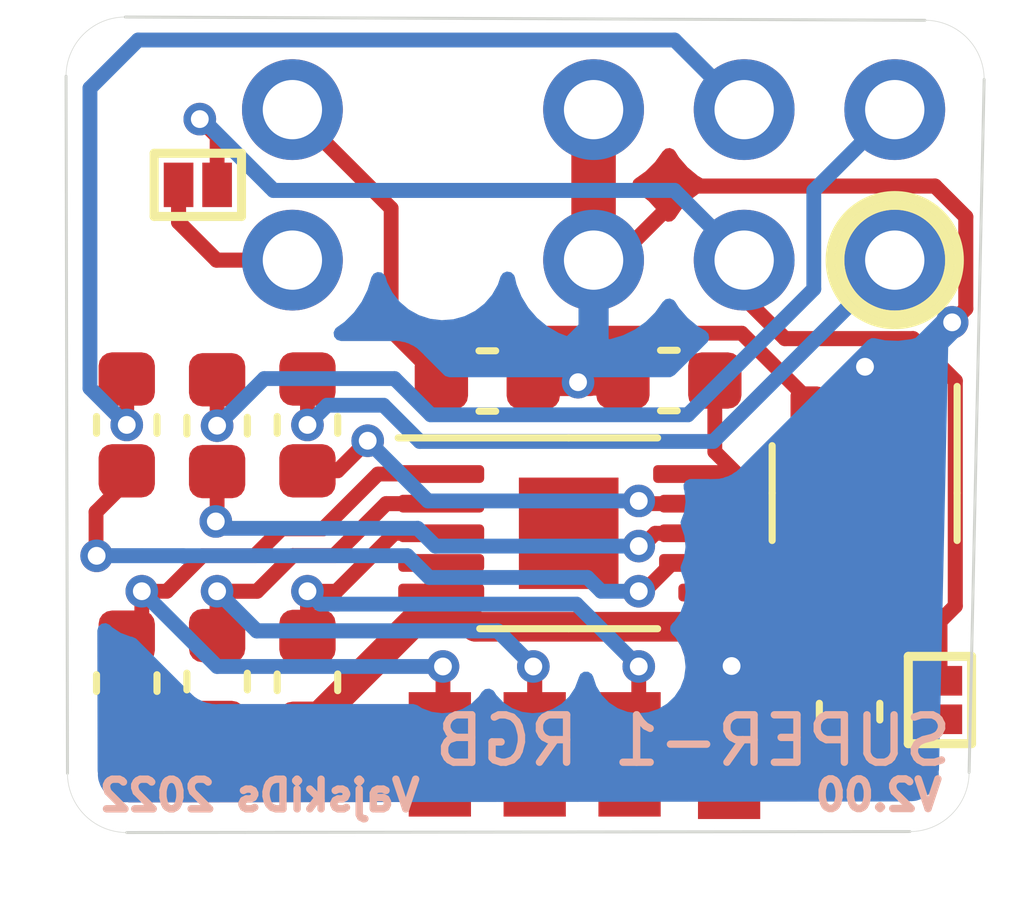
<source format=kicad_pcb>
(kicad_pcb (version 20211014) (generator pcbnew)
  (title_block (title "SNES RGB BYPASS AMP") (date "2020-12-16") (rev "3.2") (company "TzorriMahm") (comment 3 "https://twitter.com/TzorriMahm") (comment 4 "https://github.com/TzorriMahm"))
  (layers (0 "F.Cu" signal) (31 "B.Cu" signal) (34 "B.Paste" user) (35 "F.Paste" user) (36 "B.SilkS" user "B.Silkscreen") (37 "F.SilkS" user "F.Silkscreen") (38 "B.Mask" user) (39 "F.Mask" user) (44 "Edge.Cuts" user))
  (net 0 "")
  (net 1 "GND")
  (net 2 "/RED_IN")
  (net 3 "/RED_OUT")
  (net 4 "/GREEN_IN")
  (net 5 "/GREEN_OUT")
  (net 6 "/BLUE_IN")
  (net 7 "/BLUE_OUT")
  (net 8 "/CSYNC_OUT")
  (net 9 "/CSYNC_IN")
  (net 10 "CsyncOnCompPin")
  (net 11 "5v_IN")
  (net 12 "R")
  (net 13 "G")
  (net 14 "B")
  (net 15 "3.3v_OUT")
  (footprint "snes_rgb_bypass_amp:NintendoMultiAV_FB-gap" (layer "F.Cu") (at 141.732 97.79)
    (fp_text reference "MultiAV1" hide)
    (fp_text value "Nintendo MultiAV" hide)
    (fp_circle (center 6.35 1.27) (end 6.35 2.2) (layer "F.SilkS") (width 0.16) (fill none))
    (fp_circle (center 6.35 1.27) (end 6.35 2.356002) (layer "F.SilkS") (width 0.16) (fill none))
    (pad "" np_thru_hole circle (at -1.27 -1.27) (size 1 1) (drill 1) (layers *.Cu *.Mask))
    (pad "" np_thru_hole circle (at -6.35 1.27) (size 1 1) (drill 1) (layers *.Cu *.Mask))
    (pad "" np_thru_hole oval (at -1.27 1.27) (size 1 1) (drill 1) (layers *.Cu *.Mask))
    (pad "" np_thru_hole circle (at -6.35 -1.27) (size 1 1) (drill 1) (layers *.Cu *.Mask))
    (pad "1" thru_hole circle (at 6.35 1.27) (size 1.7 1.7) (drill 1) (layers *.Cu *.Mask) (net 3 "/RED_OUT"))
    (pad "2" thru_hole circle (at 6.35 -1.27) (size 1.7 1.7) (drill 1) (layers *.Cu *.Mask) (net 5 "/GREEN_OUT"))
    (pad "3" thru_hole oval (at 3.81 1.27) (size 1.7 1.7) (drill 1) (layers *.Cu *.Mask) (net 8 "/CSYNC_OUT"))
    (pad "4" thru_hole oval (at 3.81 -1.27) (size 1.7 1.7) (drill 1) (layers *.Cu *.Mask) (net 7 "/BLUE_OUT"))
    (pad "5" thru_hole oval (at 1.27 1.27) (size 1.7 1.7) (drill 1) (layers *.Cu *.Mask) (net 1 "GND"))
    (pad "6" thru_hole oval (at 1.27 -1.27) (size 1.7 1.7) (drill 1) (layers *.Cu *.Mask) (net 1 "GND"))
    (pad "9" thru_hole oval (at -3.81 1.27) (size 1.7 1.7) (drill 1) (layers *.Cu *.Mask) (net 10 "CsyncOnCompPin"))
    (pad "10" thru_hole oval (at -3.81 -1.27) (size 1.7 1.7) (drill 1) (layers *.Cu *.Mask) (net 11 "5v_IN"))
  )
  (footprint "snes_rgb_bypass_amp:SolderPad_customizable" (layer "F.Cu") (at 140.409 107.401)
    (fp_text reference "INPUT_1" hide)
    (fp_text value "RED" hide)
    (pad "1" smd rect locked (at 0 0) (size 1.05 2.1) (layers "F.Cu" "F.Mask") (net 2 "/RED_IN"))
  )
  (footprint "snes_rgb_bypass_amp:SolderPad_customizable" (layer "F.Cu") (at 142.009 107.401)
    (fp_text reference "INPUT_2" hide)
    (fp_text value "GREEN" hide)
    (pad "1" smd rect locked (at 0 0) (size 1.05 2.1) (layers "F.Cu" "F.Mask") (net 4 "/GREEN_IN"))
  )
  (footprint "snes_rgb_bypass_amp:SolderPad_customizable" (layer "F.Cu") (at 143.609 107.401)
    (fp_text reference "INPUT_3" hide)
    (fp_text value "BLUE" hide)
    (pad "1" smd rect locked (at 0 0) (size 1.05 2.1) (layers "F.Cu" "F.Mask") (net 6 "/BLUE_IN"))
  )
  (footprint "Capacitor_SMD:C_0603_1608Metric" (layer "F.Cu") (at 136.652 106.172 -90)
    (fp_text reference "REF**" hide)
    (fp_text value "C_0603_1608Metric" hide)
    (fp_line (start -0.14058 -0.51) (end 0.14058 -0.51) (layer "F.SilkS") (width 0.12))
    (fp_line (start -0.14058 0.51) (end 0.14058 0.51) (layer "F.SilkS") (width 0.12))
    (pad "1" smd roundrect (at -0.775 0 270) (size 0.9 0.95) (layers "F.Cu" "F.Paste" "F.Mask") (net 4 "/GREEN_IN"))
    (pad "2" smd roundrect (at 0.775 0 270) (size 0.9 0.95) (layers "F.Cu" "F.Paste" "F.Mask") (net 1 "GND"))
  )
  (footprint "Capacitor_SMD:C_0603_1608Metric" (layer "F.Cu") (at 138.176 101.841 -90)
    (fp_text reference "AC COUPLING" hide)
    (fp_text value "C_0603_1608Metric" hide)
    (fp_line (start -0.14058 -0.51) (end 0.14058 -0.51) (layer "F.SilkS") (width 0.12))
    (fp_line (start -0.14058 0.51) (end 0.14058 0.51) (layer "F.SilkS") (width 0.12))
    (pad "1" smd roundrect (at -0.775 0 270) (size 0.9 0.95) (layers "F.Cu" "F.Paste" "F.Mask") (net 3 "/RED_OUT"))
    (pad "2" smd roundrect (at 0.775 0 270) (size 0.9 0.95) (layers "F.Cu" "F.Paste" "F.Mask") (net 12 "R"))
  )
  (footprint "Capacitor_SMD:C_0603_1608Metric" (layer "F.Cu") (at 136.652 101.854 -90)
    (fp_text reference "AC COUPLING" hide)
    (fp_text value "C_0603_1608Metric" hide)
    (fp_line (start -0.14058 0.51) (end 0.14058 0.51) (layer "F.SilkS") (width 0.12))
    (fp_line (start -0.14058 -0.51) (end 0.14058 -0.51) (layer "F.SilkS") (width 0.12))
    (pad "1" smd roundrect (at -0.775 0 270) (size 0.9 0.95) (layers "F.Cu" "F.Paste" "F.Mask") (net 5 "/GREEN_OUT"))
    (pad "2" smd roundrect (at 0.775 0 270) (size 0.9 0.95) (layers "F.Cu" "F.Paste" "F.Mask") (net 13 "G"))
  )
  (footprint "Capacitor_SMD:C_0603_1608Metric" (layer "F.Cu") (at 147.32 106.68 -90)
    (fp_text reference "TTL_2_75r" hide)
    (fp_text value "C_0603_1608Metric" hide)
    (fp_line (start -0.14058 0.51) (end 0.14058 0.51) (layer "F.SilkS") (width 0.12))
    (fp_line (start -0.14058 -0.51) (end 0.14058 -0.51) (layer "F.SilkS") (width 0.12))
    (pad "" smd roundrect (at 0.775 0 270) (size 0.9 0.95) (layers "F.Cu" "F.Paste" "F.Mask") (net 9 "/CSYNC_IN"))
    (pad "" smd roundrect (at -0.775 0 270) (size 0.9 0.95) (layers "F.Cu" "F.Paste" "F.Mask") (net 8 "/CSYNC_OUT"))
  )
  (footprint "Capacitor_SMD:C_0603_1608Metric" (layer "F.Cu") (at 135.128 101.841 -90)
    (fp_text reference "AC COUPLING" hide)
    (fp_text value "C_0603_1608Metric" hide)
    (fp_line (start -0.14058 0.51) (end 0.14058 0.51) (layer "F.SilkS") (width 0.12))
    (fp_line (start -0.14058 -0.51) (end 0.14058 -0.51) (layer "F.SilkS") (width 0.12))
    (pad "1" smd roundrect (at -0.775 0 270) (size 0.9 0.95) (layers "F.Cu" "F.Paste" "F.Mask") (net 7 "/BLUE_OUT"))
    (pad "2" smd roundrect (at 0.775 0 270) (size 0.9 0.95) (layers "F.Cu" "F.Paste" "F.Mask") (net 14 "B"))
  )
  (footprint "" (layer "F.Cu") (at 145.288 107.442)
    (fp_text reference "" (at 0 0) (layer "F.SilkS") (effects (font (size 1.27 1.27))))
    (fp_text value "" (at 0 0) (layer "F.SilkS") (effects (font (size 1.27 1.27))))
    (pad "1" smd rect locked (at 0 0) (size 1.05 2.1) (layers "F.Cu" "F.Mask") (net 9 "/CSYNC_IN"))
  )
  (footprint "snes_rgb_bypass_amp:SolderJumper_2x0.5x0.75mm" (layer "F.Cu") (at 148.844 106.484 -90)
    (fp_text reference "***" hide)
    (fp_text value "SolderJumper_2x0.5x0.75mm" hide)
    (fp_line (start -0.7366 -0.5334) (end 0.7366 -0.5334) (layer "F.SilkS") (width 0.1524))
    (fp_line (start 0.7366 -0.5334) (end 0.7366 0.5334) (layer "F.SilkS") (width 0.1524))
    (fp_line (start -0.7366 -0.5334) (end -0.7366 0.5334) (layer "F.SilkS") (width 0.1524))
    (fp_line (start -0.7366 0.5334) (end 0.7366 0.5334) (layer "F.SilkS") (width 0.1524))
    (pad "" smd rect locked (at -0.325 0 270) (size 0.5 0.75) (layers "F.Cu" "F.Mask") (net 8 "/CSYNC_OUT"))
    (pad "CsyncOnCompPin2" smd rect locked (at 0.325 0 270) (size 0.5 0.75) (layers "F.Cu" "F.Mask") (net 9 "/CSYNC_IN"))
  )
  (footprint "Package_TO_SOT_SMD:SOT-23-5" (layer "F.Cu") (at 147.574 102.9915 -90)
    (fp_text reference "REF**" hide)
    (fp_text value "SOT-23-5" hide)
    (fp_line (start 0 1.56) (end 0.8 1.56) (layer "F.SilkS") (width 0.12))
    (fp_line (start 0 1.56) (end -0.8 1.56) (layer "F.SilkS") (width 0.12))
    (fp_line (start 0 -1.56) (end -1.8 -1.56) (layer "F.SilkS") (width 0.12))
    (fp_line (start 0 -1.56) (end 0.8 -1.56) (layer "F.SilkS") (width 0.12))
    (pad "2" smd roundrect locked (at -1.1375 0 270) (size 1.325 0.6) (layers "F.Cu" "F.Paste" "F.Mask") (net 1 "GND"))
    (pad "3" smd roundrect locked (at -1.1375 -0.95 270) (size 1.325 0.6) (layers "F.Cu" "F.Paste" "F.Mask") (net 11 "5v_IN"))
    (pad "5" smd roundrect locked (at 1.1375 -0.95 270) (size 1.325 0.6) (layers "F.Cu" "F.Paste" "F.Mask") (net 15 "3.3v_OUT"))
    (pad "EN" smd roundrect locked (at -1.1375 0.95 270) (size 1.325 0.6) (layers "F.Cu" "F.Paste" "F.Mask") (net 11 "5v_IN"))
    (pad "NC" smd roundrect locked (at 1.1375 0.95 270) (size 1.325 0.6) (layers "F.Cu" "F.Paste" "F.Mask"))
  )
  (footprint "Capacitor_SMD:C_0603_1608Metric" (layer "F.Cu") (at 144.272 101.092 180)
    (fp_text reference "INPUTCAP" hide)
    (fp_text value "C_0603_1608Metric" hide)
    (fp_line (start -0.14058 -0.51) (end 0.14058 -0.51) (layer "F.SilkS") (width 0.12))
    (fp_line (start -0.14058 0.51) (end 0.14058 0.51) (layer "F.SilkS") (width 0.12))
    (pad "1" smd roundrect (at -0.775 0 180) (size 0.9 0.95) (layers "F.Cu" "F.Paste" "F.Mask") (net 15 "3.3v_OUT"))
    (pad "2" smd roundrect (at 0.775 0 180) (size 0.9 0.95) (layers "F.Cu" "F.Paste" "F.Mask") (net 1 "GND"))
  )
  (footprint "snes_rgb_bypass_amp:SolderJumper_2x0.5x0.75mm" (layer "F.Cu") (at 136.327 97.79)
    (fp_text reference "***" hide)
    (fp_text value "SolderJumper_2x0.5x0.75mm" hide)
    (fp_line (start -0.7366 0.5334) (end 0.7366 0.5334) (layer "F.SilkS") (width 0.1524))
    (fp_line (start -0.7366 -0.5334) (end 0.7366 -0.5334) (layer "F.SilkS") (width 0.1524))
    (fp_line (start -0.7366 -0.5334) (end -0.7366 0.5334) (layer "F.SilkS") (width 0.1524))
    (fp_line (start 0.7366 -0.5334) (end 0.7366 0.5334) (layer "F.SilkS") (width 0.1524))
    (pad "" smd rect locked (at -0.325 0) (size 0.5 0.75) (layers "F.Cu" "F.Mask") (net 10 "CsyncOnCompPin"))
    (pad "CsyncOnCompPin2" smd rect locked (at 0.325 0) (size 0.5 0.75) (layers "F.Cu" "F.Mask") (net 8 "/CSYNC_OUT"))
  )
  (footprint "Capacitor_SMD:C_0603_1608Metric" (layer "F.Cu") (at 135.128 106.198 -90)
    (fp_text reference "REF**" hide)
    (fp_text value "C_0603_1608Metric" hide)
    (fp_line (start -0.14058 0.51) (end 0.14058 0.51) (layer "F.SilkS") (width 0.12))
    (fp_line (start -0.14058 -0.51) (end 0.14058 -0.51) (layer "F.SilkS") (width 0.12))
    (pad "1" smd roundrect (at -0.775 0 270) (size 0.9 0.95) (layers "F.Cu" "F.Paste" "F.Mask") (net 2 "/RED_IN"))
    (pad "2" smd roundrect (at 0.775 0 270) (size 0.9 0.95) (layers "F.Cu" "F.Paste" "F.Mask") (net 1 "GND"))
  )
  (footprint "Capacitor_SMD:C_0603_1608Metric" (layer "F.Cu") (at 141.21 101.1)
    (fp_text reference "OUTPUTCAP" hide)
    (fp_text value "C_0603_1608Metric" hide)
    (fp_line (start -0.14058 -0.51) (end 0.14058 -0.51) (layer "F.SilkS") (width 0.12))
    (fp_line (start -0.14058 0.51) (end 0.14058 0.51) (layer "F.SilkS") (width 0.12))
    (pad "1" smd roundrect (at -0.775 0) (size 0.9 0.95) (layers "F.Cu" "F.Paste" "F.Mask") (net 11 "5v_IN"))
    (pad "2" smd roundrect (at 0.775 0) (size 0.9 0.95) (layers "F.Cu" "F.Paste" "F.Mask") (net 1 "GND"))
  )
  (footprint "Capacitor_SMD:C_0603_1608Metric" (layer "F.Cu") (at 138.176 106.185 -90)
    (fp_text reference "REF**" hide)
    (fp_text value "C_0603_1608Metric" hide)
    (fp_line (start -0.14058 0.51) (end 0.14058 0.51) (layer "F.SilkS") (width 0.12))
    (fp_line (start -0.14058 -0.51) (end 0.14058 -0.51) (layer "F.SilkS") (width 0.12))
    (pad "1" smd roundrect (at -0.775 0 270) (size 0.9 0.95) (layers "F.Cu" "F.Paste" "F.Mask") (net 6 "/BLUE_IN"))
    (pad "2" smd roundrect (at 0.775 0 270) (size 0.9 0.95) (layers "F.Cu" "F.Paste" "F.Mask") (net 1 "GND"))
  )
  (footprint "Package_SO:MSOP-10-1EP_3x3mm_P0.5mm_EP1.68x1.88mm" (layer "F.Cu") (at 142.582 103.67)
    (fp_text reference "LT6550" hide)
    (fp_text value "MSOP-10-1EP_3x3mm_P0.5mm_EP1.68x1.88mm" hide)
    (fp_line (start 0 -1.61) (end 1.5 -1.61) (layer "F.SilkS") (width 0.12))
    (fp_line (start 0 1.61) (end -1.5 1.61) (layer "F.SilkS") (width 0.12))
    (fp_line (start 0 1.61) (end 1.5 1.61) (layer "F.SilkS") (width 0.12))
    (fp_line (start 0 -1.61) (end -2.875 -1.61) (layer "F.SilkS") (width 0.12))
    (pad "1" smd roundrect (at -2.15 -1) (size 1.45 0.3) (layers "F.Cu" "F.Paste" "F.Mask") (net 2 "/RED_IN"))
    (pad "2" smd roundrect (at -2.15 -0.5) (size 1.45 0.3) (layers "F.Cu" "F.Paste" "F.Mask") (net 4 "/GREEN_IN"))
    (pad "3" smd roundrect (at -2.15 0) (size 1.45 0.3) (layers "F.Cu" "F.Paste" "F.Mask") (net 6 "/BLUE_IN"))
    (pad "4" smd roundrect (at -2.15 0.5) (size 1.45 0.3) (layers "F.Cu" "F.Paste" "F.Mask") (net 1 "GND"))
    (pad "7" smd roundrect (at 2.15 0.5) (size 1.25 0.3) (layers "F.Cu" "F.Paste" "F.Mask") (net 14 "B"))
    (pad "8" smd roundrect (at 2.15 0) (size 1.25 0.3) (layers "F.Cu" "F.Paste" "F.Mask") (net 13 "G"))
    (pad "9" smd roundrect (at 2.15 -0.5) (size 1.25 0.3) (layers "F.Cu" "F.Paste" "F.Mask") (net 12 "R"))
    (pad "11" smd rect (at 0 0) (size 1.68 1.88) (layers "F.Cu" "F.Mask"))
    (pad "NC" smd roundrect (at 2.15 1) (size 0.6 0.3) (layers "F.Cu" "F.Paste" "F.Mask"))
    (pad "NC" smd roundrect (at 2.15 -1) (size 1.45 0.3) (layers "F.Cu" "F.Paste" "F.Mask") (net 15 "3.3v_OUT"))
    (pad "VEE" smd roundrect (at -2.15 1) (size 1.45 0.3) (layers "F.Cu" "F.Paste" "F.Mask") (net 1 "GND"))
  )
  (gr_arc (start 134.104 95.957107) (mid 134.396891 95.249996) (end 135.104 94.957107) (layer "Edge.Cuts") (width 0.01))
  (gr_line (start 148.59 95.012) (end 135.104 94.957107) (layer "Edge.Cuts") (width 0.05))
  (gr_arc (start 135.128 108.72) (mid 134.420893 108.427107) (end 134.128 107.72) (layer "Edge.Cuts") (width 0.01))
  (gr_line (start 135.128 108.72) (end 148.336 108.704) (layer "Edge.Cuts") (width 0.05))
  (gr_line (start 134.104 95.957107) (end 134.128 107.72) (layer "Edge.Cuts") (width 0.05))
  (gr_arc (start 149.336 107.704) (mid 149.043107 108.411107) (end 148.336 108.704) (layer "Edge.Cuts") (width 0.01))
  (gr_arc (start 148.59 95.012) (mid 149.297107 95.304893) (end 149.59 96.012) (layer "Edge.Cuts") (width 0.01))
  (gr_line (start 149.59 96.012) (end 149.336 107.704) (layer "Edge.Cuts") (width 0.05))
  (gr_text "SUPER-1 RGB\n" (at 144.68 107.17) (layer "B.SilkS") (effects (font (size 0.8 0.8) (thickness 0.125)) (justify mirror)))
  (gr_text "V2.00" (at 147.81 108.09) (layer "B.SilkS") (effects (font (size 0.5 0.5) (thickness 0.125)) (justify mirror)))
  (gr_text "VajskiDs 2022\n\n\n" (at 137.37 108.9) (layer "B.SilkS") (effects (font (size 0.5 0.5) (thickness 0.125)) (justify mirror)))
  (segment (start 149.28 99.88) (end 149.05 100.11) (width 0.254) (layer "F.Cu") (net 1))
  (segment (start 141.985 101.1) (end 143.489 101.1) (width 0.3) (layer "F.Cu") (net 1))
  (segment (start 147.58 101.848) (end 147.574 101.854) (width 0.25) (layer "F.Cu") (net 1))
  (segment (start 140.881 105.119) (end 141.009511 105.247511) (width 0.5) (layer "F.Cu") (net 1))
  (segment (start 140.785 105.023) (end 140.881 105.119) (width 0.5) (layer "F.Cu") (net 1))
  (segment (start 149.28 98.33) (end 149.28 99.88) (width 0.254) (layer "F.Cu") (net 1))
  (segment (start 144.667511 105.247511) (end 145.33 105.91) (width 0.5) (layer "F.Cu") (net 1))
  (segment (start 144.62 97.81) (end 148.76 97.81) (width 0.254) (layer "F.Cu") (net 1))
  (segment (start 143.002 96.52) (end 143.002 99.06) (width 0.75) (layer "F.Cu") (net 1))
  (segment (start 136.652 106.947) (end 136.639 106.947) (width 0.254) (layer "F.Cu") (net 1))
  (segment (start 143.523 101.079) (end 143.51 101.092) (width 0.254) (layer "F.Cu") (net 1))
  (segment (start 135.128 106.973) (end 135.128 107.302) (width 0.254) (layer "F.Cu") (net 1))
  (segment (start 140.113 105.023) (end 138.176 106.96) (width 0.5) (layer "F.Cu") (net 1))
  (segment (start 148.76 97.81) (end 149.28 98.33) (width 0.254) (layer "F.Cu") (net 1))
  (segment (start 141.009511 105.247511) (end 144.667511 105.247511) (width 0.5) (layer "F.Cu") (net 1))
  (segment (start 140.113 105.023) (end 140.785 105.023) (width 0.5) (layer "F.Cu") (net 1))
  (segment (start 143.002 99.06) (end 143.37 99.06) (width 0.254) (layer "F.Cu") (net 1))
  (segment (start 135.128 106.973) (end 138.163 106.973) (width 0.5) (layer "F.Cu") (net 1))
  (segment (start 138.176 106.96) (end 138.176 106.926) (width 0.25) (layer "F.Cu") (net 1))
  (segment (start 136.652 106.947) (end 136.665 106.947) (width 0.254) (layer "F.Cu") (net 1))
  (segment (start 140.432 104.67) (end 140.881 105.119) (width 0.5) (layer "F.Cu") (net 1))
  (segment (start 143.497 99.555) (end 143.002 99.06) (width 0.254) (layer "F.Cu") (net 1))
  (segment (start 147.58 100.86) (end 147.58 101.848) (width 0.5) (layer "F.Cu") (net 1))
  (segment (start 138.163 106.973) (end 138.176 106.96) (width 0.25) (layer "F.Cu") (net 1))
  (segment (start 140.432 104.67) (end 140.432 104.704) (width 0.25) (layer "F.Cu") (net 1))
  (segment (start 140.432 104.704) (end 140.113 105.023) (width 0.5) (layer "F.Cu") (net 1))
  (segment (start 143.37 99.06) (end 144.62 97.81) (width 0.254) (layer "F.Cu") (net 1))
  (segment (start 140.432 104.17) (end 140.432 104.67) (width 0.25) (layer "F.Cu") (net 1))
  (segment (start 143.489 101.1) (end 143.497 101.092) (width 0.3) (layer "F.Cu") (net 1))
  (via (at 145.33 105.91) (size 0.55) (drill 0.3) (layers "F.Cu" "B.Cu") (net 1))
  (via (at 147.58 100.86) (size 0.55) (drill 0.3) (layers "F.Cu" "B.Cu") (net 1))
  (via (at 142.74 101.12) (size 0.55) (drill 0.3) (layers "F.Cu" "B.Cu") (net 1))
  (via (at 149.05 100.11) (size 0.55) (drill 0.3) (layers "F.Cu" "B.Cu") (net 1))
  (segment (start 148.3 100.86) (end 147.58 100.86) (width 0.5) (layer "B.Cu") (net 1))
  (segment (start 143.002 99.06) (end 143.002 100.248) (width 0.5) (layer "B.Cu") (net 1))
  (segment (start 143.002 100.248) (end 142.74 100.51) (width 0.5) (layer "B.Cu") (net 1))
  (segment (start 142.74 100.51) (end 142.74 101.12) (width 0.5) (layer "B.Cu") (net 1))
  (segment (start 149.05 100.11) (end 148.3 100.86) (width 0.5) (layer "B.Cu") (net 1))
  (segment (start 136.403673 104.048489) (end 137.286299 104.048489) (width 0.25) (layer "F.Cu") (net 2))
  (segment (start 137.73982 103.594969) (end 138.439933 103.594969) (width 0.25) (layer "F.Cu") (net 2))
  (segment (start 140.462 107.348) (end 140.409 107.401) (width 0.25) (layer "F.Cu") (net 2))
  (segment (start 140.462 105.918) (end 140.462 107.348) (width 0.25) (layer "F.Cu") (net 2))
  (segment (start 139.364902 102.67) (end 140.432 102.67) (width 0.25) (layer "F.Cu") (net 2))
  (segment (start 140.409 107.401) (end 140.409 106.479) (width 0.254) (layer "F.Cu") (net 2))
  (segment (start 135.382 104.648) (end 135.382 105.169) (width 0.25) (layer "F.Cu") (net 2))
  (segment (start 135.382 105.169) (end 135.128 105.423) (width 0.25) (layer "F.Cu") (net 2))
  (segment (start 138.439933 103.594969) (end 139.364902 102.67) (width 0.25) (layer "F.Cu") (net 2))
  (segment (start 135.382 104.648) (end 135.804162 104.648) (width 0.25) (layer "F.Cu") (net 2))
  (segment (start 137.286299 104.048489) (end 137.73982 103.594969) (width 0.25) (layer "F.Cu") (net 2))
  (segment (start 135.804162 104.648) (end 136.403673 104.048489) (width 0.25) (layer "F.Cu") (net 2))
  (via (at 140.462 105.918) (size 0.55) (drill 0.3) (layers "F.Cu" "B.Cu") (net 2))
  (via (at 135.382 104.648) (size 0.55) (drill 0.3) (layers "F.Cu" "B.Cu") (net 2))
  (segment (start 135.382 104.648) (end 136.652 105.918) (width 0.25) (layer "B.Cu") (net 2))
  (segment (start 136.652 105.918) (end 140.462 105.918) (width 0.25) (layer "B.Cu") (net 2))
  (segment (start 138.176 101.066) (end 138.176 101.841) (width 0.25) (layer "F.Cu") (net 3))
  (via (at 138.176 101.841) (size 0.55) (drill 0.3) (layers "F.Cu" "B.Cu") (net 3))
  (segment (start 145.022 102.12) (end 148.082 99.06) (width 0.25) (layer "B.Cu") (net 3))
  (segment (start 138.176 101.841) (end 138.508511 101.508489) (width 0.25) (layer "B.Cu") (net 3))
  (segment (start 140.07 102.12) (end 145.022 102.12) (width 0.25) (layer "B.Cu") (net 3))
  (segment (start 139.458489 101.508489) (end 140.07 102.12) (width 0.25) (layer "B.Cu") (net 3))
  (segment (start 138.508511 101.508489) (end 139.458489 101.508489) (width 0.25) (layer "B.Cu") (net 3))
  (segment (start 136.652 104.648) (end 137.325334 104.648) (width 0.254) (layer "F.Cu") (net 4))
  (segment (start 142.009 105.941) (end 141.986 105.918) (width 0.254) (layer "F.Cu") (net 4))
  (segment (start 137.926845 104.046489) (end 138.626959 104.046489) (width 0.254) (layer "F.Cu") (net 4))
  (segment (start 138.626959 104.046489) (end 139.503448 103.17) (width 0.254) (layer "F.Cu") (net 4))
  (segment (start 139.503448 103.17) (end 140.432 103.17) (width 0.254) (layer "F.Cu") (net 4))
  (segment (start 142.009 107.401) (end 142.009 105.941) (width 0.254) (layer "F.Cu") (net 4))
  (segment (start 136.652 104.648) (end 136.652 105.397) (width 0.254) (layer "F.Cu") (net 4))
  (segment (start 137.325334 104.648) (end 137.926845 104.046489) (width 0.254) (layer "F.Cu") (net 4))
  (via (at 136.652 104.648) (size 0.55) (drill 0.3) (layers "F.Cu" "B.Cu") (net 4))
  (via (at 141.986 105.918) (size 0.55) (drill 0.3) (layers "F.Cu" "B.Cu") (net 4))
  (segment (start 141.986 105.918) (end 141.384489 105.316489) (width 0.254) (layer "B.Cu") (net 4))
  (segment (start 137.320489 105.316489) (end 136.652 104.648) (width 0.254) (layer "B.Cu") (net 4))
  (segment (start 141.384489 105.316489) (end 137.320489 105.316489) (width 0.254) (layer "B.Cu") (net 4))
  (segment (start 136.652 101.079) (end 136.652 101.854) (width 0.25) (layer "F.Cu") (net 5))
  (via (at 136.652 101.854) (size 0.55) (drill 0.3) (layers "F.Cu" "B.Cu") (net 5))
  (segment (start 148.082 96.52) (end 146.716511 97.885489) (width 0.25) (layer "B.Cu") (net 5))
  (segment (start 140.256198 101.67048) (end 139.644687 101.058969) (width 0.25) (layer "B.Cu") (net 5))
  (segment (start 144.59253 101.67048) (end 140.256198 101.67048) (width 0.25) (layer "B.Cu") (net 5))
  (segment (start 146.716511 99.546499) (end 144.59253 101.67048) (width 0.25) (layer "B.Cu") (net 5))
  (segment (start 137.447031 101.058969) (end 136.652 101.854) (width 0.25) (layer "B.Cu") (net 5))
  (segment (start 146.716511 97.885489) (end 146.716511 99.546499) (width 0.25) (layer "B.Cu") (net 5))
  (segment (start 139.644687 101.058969) (end 137.447031 101.058969) (width 0.25) (layer "B.Cu") (net 5))
  (segment (start 143.764 107.246) (end 143.609 107.401) (width 0.25) (layer "F.Cu") (net 6))
  (segment (start 143.764 105.918) (end 143.764 107.246) (width 0.25) (layer "F.Cu") (net 6))
  (segment (start 138.176 104.648) (end 138.176 105.41) (width 0.25) (layer "F.Cu") (net 6))
  (segment (start 138.663994 104.648) (end 139.641994 103.67) (width 0.25) (layer "F.Cu") (net 6))
  (segment (start 139.641994 103.67) (end 140.432 103.67) (width 0.25) (layer "F.Cu") (net 6))
  (segment (start 138.176 104.648) (end 138.663994 104.648) (width 0.25) (layer "F.Cu") (net 6))
  (segment (start 143.609 107.401) (end 143.609 106.525) (width 0.254) (layer "F.Cu") (net 6))
  (via (at 138.176 104.648) (size 0.55) (drill 0.3) (layers "F.Cu" "B.Cu") (net 6))
  (via (at 143.764 105.918) (size 0.55) (drill 0.3) (layers "F.Cu" "B.Cu") (net 6))
  (segment (start 138.392969 104.864969) (end 138.684 104.864969) (width 0.25) (layer "B.Cu") (net 6))
  (segment (start 142.710969 104.864969) (end 138.646969 104.864969) (width 0.25) (layer "B.Cu") (net 6))
  (segment (start 138.176 104.648) (end 138.392969 104.864969) (width 0.25) (layer "B.Cu") (net 6))
  (segment (start 143.764 105.918) (end 142.710969 104.864969) (width 0.25) (layer "B.Cu") (net 6))
  (segment (start 135.128 101.066) (end 135.128 101.841) (width 0.25) (layer "F.Cu") (net 7))
  (via (at 135.128 101.841) (size 0.55) (drill 0.3) (layers "F.Cu" "B.Cu") (net 7))
  (segment (start 135.31975 95.345489) (end 134.507479 96.15776) (width 0.25) (layer "B.Cu") (net 7))
  (segment (start 144.367489 95.345489) (end 135.31975 95.345489) (width 0.25) (layer "B.Cu") (net 7))
  (segment (start 145.542 96.52) (end 144.367489 95.345489) (width 0.25) (layer "B.Cu") (net 7))
  (segment (start 134.507479 96.15776) (end 134.507479 101.220479) (width 0.25) (layer "B.Cu") (net 7))
  (segment (start 134.507479 101.220479) (end 135.128 101.841) (width 0.25) (layer "B.Cu") (net 7))
  (segment (start 149.10292 104.89708) (end 148.844 105.156) (width 0.254) (layer "F.Cu") (net 8))
  (segment (start 148.39048 100.38448) (end 149.10292 101.09692) (width 0.254) (layer "F.Cu") (net 8))
  (segment (start 145.542 99.06) (end 145.542 99.696316) (width 0.254) (layer "F.Cu") (net 8))
  (segment (start 148.844 105.156) (end 148.844 106.159) (width 0.254) (layer "F.Cu") (net 8))
  (segment (start 146.230163 100.38448) (end 148.39048 100.38448) (width 0.254) (layer "F.Cu") (net 8))
  (segment (start 145.542 99.696316) (end 146.230163 100.38448) (width 0.254) (layer "F.Cu") (net 8))
  (segment (start 136.36 96.68) (end 136.652 96.972) (width 0.25) (layer "F.Cu") (net 8))
  (segment (start 147.574 106.159) (end 147.32 105.905) (width 0.254) (layer "F.Cu") (net 8))
  (segment (start 148.844 106.159) (end 147.574 106.159) (width 0.254) (layer "F.Cu") (net 8))
  (segment (start 136.652 96.972) (end 136.652 97.79) (width 0.25) (layer "F.Cu") (net 8))
  (segment (start 149.10292 101.09692) (end 149.10292 104.89708) (width 0.254) (layer "F.Cu") (net 8))
  (via (at 136.36 96.68) (size 0.55) (drill 0.3) (layers "F.Cu" "B.Cu") (net 8))
  (segment (start 145.542 99.06) (end 144.365489 97.883489) (width 0.254) (layer "B.Cu") (net 8))
  (segment (start 136.4 96.68) (end 137.55 97.83) (width 0.25) (layer "B.Cu") (net 8))
  (segment (start 137.55 97.83) (end 136.45 96.73) (width 0.254) (layer "B.Cu") (net 8))
  (segment (start 144.365489 97.883489) (end 137.603489 97.883489) (width 0.254) (layer "B.Cu") (net 8))
  (segment (start 136.36 96.68) (end 136.4 96.68) (width 0.25) (layer "B.Cu") (net 8))
  (segment (start 137.603489 97.883489) (end 137.55 97.83) (width 0.254) (layer "B.Cu") (net 8))
  (segment (start 145.288 107.442) (end 145.47252 107.62652) (width 0.25) (layer "F.Cu") (net 9))
  (segment (start 145.47252 107.62652) (end 147.32 107.62652) (width 0.25) (layer "F.Cu") (net 9))
  (segment (start 148.198 107.455) (end 148.844 106.809) (width 0.25) (layer "F.Cu") (net 9))
  (segment (start 147.32 107.455) (end 148.198 107.455) (width 0.25) (layer "F.Cu") (net 9))
  (segment (start 136.643 99.06) (end 137.922 99.06) (width 0.254) (layer "F.Cu") (net 10))
  (segment (start 136.002 98.419) (end 136.643 99.06) (width 0.254) (layer "F.Cu") (net 10))
  (segment (start 136.002 97.79) (end 136.002 98.419) (width 0.254) (layer "F.Cu") (net 10))
  (segment (start 146.58448 101.89352) (end 146.624 101.854) (width 0.254) (layer "F.Cu") (net 11))
  (segment (start 139.587479 100.252479) (end 140.435 101.1) (width 0.25) (layer "F.Cu") (net 11))
  (segment (start 145.499618 100.29248) (end 146.624 101.416862) (width 0.25) (layer "F.Cu") (net 11))
  (segment (start 146.624 101.854) (end 146.624 102.224) (width 0.25) (layer "F.Cu") (net 11))
  (segment (start 146.624 102.224) (end 147.23 102.83) (width 0.25) (layer "F.Cu") (net 11))
  (segment (start 147.30531 102.84102) (end 147.920552 102.84102) (width 0.25) (layer "F.Cu") (net 11))
  (segment (start 140.435 101.1) (end 141.24252 100.29248) (width 0.25) (layer "F.Cu") (net 11))
  (segment (start 146.58648 101.89152) (end 146.624 101.854) (width 0.25) (layer "F.Cu") (net 11))
  (segment (start 146.611 101.841) (end 146.624 101.854) (width 0.254) (layer "F.Cu") (net 11))
  (segment (start 146.624 101.854) (end 146.624 102.334) (width 0.25) (layer "F.Cu") (net 11))
  (segment (start 146.681454 101.796546) (end 146.624 101.854) (width 0.25) (layer "F.Cu") (net 11))
  (segment (start 148.524 101.854) (end 148.524 102.237572) (width 0.25) (layer "F.Cu") (net 11))
  (segment (start 141.24252 100.29248) (end 145.499618 100.29248) (width 0.25) (layer "F.Cu") (net 11))
  (segment (start 139.587479 98.185479) (end 139.587479 100.252479) (width 0.25) (layer "F.Cu") (net 11))
  (segment (start 146.624 101.854) (end 146.624 102.237572) (width 0.25) (layer "F.Cu") (net 11))
  (segment (start 146.624 101.416862) (end 146.624 101.854) (width 0.25) (layer "F.Cu") (net 11))
  (segment (start 148.524 102.237572) (end 147.920552 102.84102) (width 0.25) (layer "F.Cu") (net 11))
  (segment (start 137.922 96.52) (end 139.587479 98.185479) (width 0.25) (layer "F.Cu") (net 11))
  (segment (start 137.922 102.616) (end 138.176 102.616) (width 0.25) (layer "F.Cu") (net 12))
  (segment (start 143.81 103.17) (end 144.732 103.17) (width 0.25) (layer "F.Cu") (net 12))
  (segment (start 143.764 103.124) (end 143.81 103.17) (width 0.25) (layer "F.Cu") (net 12))
  (segment (start 138.176 102.616) (end 137.917138 102.616) (width 0.25) (layer "F.Cu") (net 12))
  (segment (start 138.684 102.616) (end 139.192 102.108) (width 0.25) (layer "F.Cu") (net 12))
  (segment (start 138.176 102.616) (end 138.684 102.616) (width 0.25) (layer "F.Cu") (net 12))
  (via (at 143.764 103.124) (size 0.55) (drill 0.3) (layers "F.Cu" "B.Cu") (net 12))
  (via (at 139.192 102.108) (size 0.55) (drill 0.3) (layers "F.Cu" "B.Cu") (net 12))
  (segment (start 140.208 103.124) (end 143.764 103.124) (width 0.25) (layer "B.Cu") (net 12))
  (segment (start 139.192 102.108) (end 140.208 103.124) (width 0.25) (layer "B.Cu") (net 12))
  (segment (start 144.041994 103.67) (end 144.732 103.67) (width 0.25) (layer "F.Cu") (net 13))
  (segment (start 136.652 103.448) (end 136.63 103.47) (width 0.25) (layer "F.Cu") (net 13))
  (segment (start 136.652 102.629) (end 136.652 103.448) (width 0.25) (layer "F.Cu") (net 13))
  (segment (start 143.764 103.886) (end 143.825994 103.886) (width 0.25) (layer "F.Cu") (net 13))
  (segment (start 136.652 103.328) (end 136.63 103.35) (width 0.25) (layer "F.Cu") (net 13))
  (segment (start 143.825994 103.886) (end 144.041994 103.67) (width 0.25) (layer "F.Cu") (net 13))
  (via (at 143.764 103.886) (size 0.55) (drill 0.3) (layers "F.Cu" "B.Cu") (net 13))
  (via (at 136.63 103.47) (size 0.55) (drill 0.3) (layers "F.Cu" "B.Cu") (net 13))
  (segment (start 140.034141 103.585859) (end 140.334282 103.886) (width 0.25) (layer "B.Cu") (net 13))
  (segment (start 136.745859 103.585859) (end 140.034141 103.585859) (width 0.25) (layer "B.Cu") (net 13))
  (segment (start 140.334282 103.886) (end 143.764 103.886) (width 0.25) (layer "B.Cu") (net 13))
  (segment (start 136.63 103.47) (end 136.745859 103.585859) (width 0.25) (layer "B.Cu") (net 13))
  (segment (start 134.874 102.616) (end 135.128 102.362) (width 0.25) (layer "F.Cu") (net 14))
  (segment (start 134.61 104.04) (end 134.62 104.05) (width 0.25) (layer "F.Cu") (net 14))
  (segment (start 135.128 102.792) (end 134.61 103.31) (width 0.25) (layer "F.Cu") (net 14))
  (segment (start 144.732 104.17) (end 144.332978 104.17) (width 0.25) (layer "F.Cu") (net 14))
  (segment (start 143.854978 104.648) (end 143.764 104.648) (width 0.25) (layer "F.Cu") (net 14))
  (segment (start 134.61 103.31) (end 134.61 104.04) (width 0.25) (layer "F.Cu") (net 14))
  (segment (start 144.732 104.17) (end 144.327838 104.17) (width 0.25) (layer "F.Cu") (net 14))
  (segment (start 144.332978 104.17) (end 143.854978 104.648) (width 0.25) (layer "F.Cu") (net 14))
  (segment (start 144.327838 104.17) (end 144.302358 104.19548) (width 0.25) (layer "F.Cu") (net 14))
  (via (at 143.764 104.648) (size 0.55) (drill 0.3) (layers "F.Cu" "B.Cu") (net 14))
  (via (at 134.62 104.05) (size 0.55) (drill 0.3) (layers "F.Cu" "B.Cu") (net 14))
  (segment (start 140.228013 104.415449) (end 139.861053 104.048489) (width 0.25) (layer "B.Cu") (net 14))
  (segment (start 134.62 104.05) (end 134.621511 104.048489) (width 0.25) (layer "B.Cu") (net 14))
  (segment (start 135.39 104.048489) (end 136.078489 104.048489) (width 0.25) (layer "B.Cu") (net 14))
  (segment (start 139.861053 104.048489) (end 134.621511 104.048489) (width 0.25) (layer "B.Cu") (net 14))
  (segment (start 143.764 104.648) (end 143.129718 104.648) (width 0.25) (layer "B.Cu") (net 14))
  (segment (start 134.621511 104.048489) (end 135.39 104.048489) (width 0.25) (layer "B.Cu") (net 14))
  (segment (start 136.078489 104.048489) (end 136.09 104.06) (width 0.25) (layer "B.Cu") (net 14))
  (segment (start 142.897167 104.415449) (end 140.228013 104.415449) (width 0.25) (layer "B.Cu") (net 14))
  (segment (start 143.129718 104.648) (end 142.897167 104.415449) (width 0.25) (layer "B.Cu") (net 14))
  (segment (start 145.422006 102.67) (end 144.732 102.67) (width 0.25) (layer "F.Cu") (net 15))
  (segment (start 145.546003 102.793997) (end 145.422006 102.67) (width 0.25) (layer "F.Cu") (net 15))
  (segment (start 145.712006 102.96) (end 145.546003 102.793997) (width 0.25) (layer "F.Cu") (net 15))
  (segment (start 145.882006 103.140289) (end 146.001717 103.26) (width 0.25) (layer "F.Cu") (net 15))
  (segment (start 144.732 102.67) (end 144.157838 102.67) (width 0.25) (layer "F.Cu") (net 15))
  (segment (start 147.957572 104.129) (end 147.083427 103.254855) (width 0.25) (layer "F.Cu") (net 15))
  (segment (start 146.001717 103.26) (end 147.078283 103.26) (width 0.25) (layer "F.Cu") (net 15))
  (segment (start 145.546003 102.793997) (end 145.882006 103.13) (width 0.25) (layer "F.Cu") (net 15))
  (segment (start 145.882006 103.13) (end 145.882006 103.140289) (width 0.25) (layer "F.Cu") (net 15))
  (segment (start 147.957572 104.129) (end 148.524 104.129) (width 0.25) (layer "F.Cu") (net 15))
  (segment (start 145.047 102.294994) (end 145.546003 102.793997) (width 0.25) (layer "F.Cu") (net 15))
  (segment (start 145.06 100.838) (end 145.06 101.092) (width 0.254) (layer "F.Cu") (net 15))
  (segment (start 145.047 101.092) (end 145.047 102.294994) (width 0.25) (layer "F.Cu") (net 15))
  (zone (net 1) (net_name "GND") (layer "F.Cu") (connect_pads (clearance 0.508)) (min_thickness 0.254) (fill yes (thermal_gap 0.508) (thermal_bridge_width 0.508))
    (polygon (pts (xy 150.28 94.76) (xy 150.26 109.29) (xy 132.99 109.19) (xy 133.36 94.67)))
  )
  (zone (net 1) (net_name "GND") (layer "B.Cu") (connect_pads (clearance 0.508)) (min_thickness 0.254) (fill yes (thermal_gap 0.508) (thermal_bridge_width 0.508))
    (polygon (pts (xy 150.26 94.76) (xy 150.21 109.24) (xy 133.05 109.24) (xy 133.29 94.71)))
  )
)
</source>
